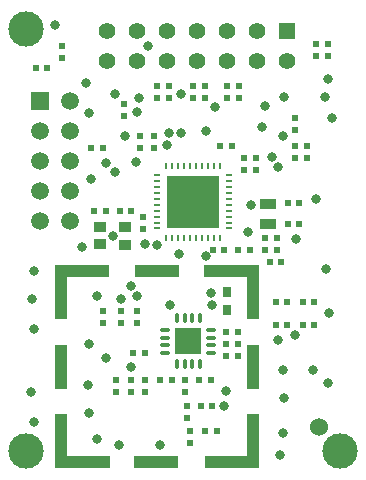
<source format=gts>
%FSLAX25Y25*%
%MOIN*%
G70*
G01*
G75*
G04 Layer_Color=8388736*
%ADD10R,0.17716X0.17716*%
%ADD11O,0.02559X0.00984*%
%ADD12O,0.00984X0.02559*%
%ADD13R,0.08661X0.08661*%
%ADD14O,0.03150X0.01496*%
%ADD15O,0.01496X0.03150*%
%ADD16R,0.05315X0.03740*%
%ADD17R,0.11811X0.00039*%
%ADD18R,0.01575X0.01575*%
%ADD19R,0.03937X0.14961*%
%ADD20R,0.14961X0.03937*%
%ADD21R,0.17913X0.03937*%
%ADD22R,0.03937X0.17913*%
%ADD23R,0.03937X0.03543*%
%ADD24R,0.03150X0.03543*%
%ADD25R,0.01969X0.02362*%
%ADD26R,0.02362X0.01969*%
%ADD27C,0.03937*%
%ADD28C,0.01969*%
%ADD29C,0.01000*%
%ADD30C,0.03937*%
%ADD31C,0.00787*%
%ADD32C,0.01181*%
G04:AMPARAMS|DCode=33|XSize=18.11mil|YSize=66.44mil|CornerRadius=0mil|HoleSize=0mil|Usage=FLASHONLY|Rotation=214.500|XOffset=0mil|YOffset=0mil|HoleType=Round|Shape=Rectangle|*
%AMROTATEDRECTD33*
4,1,4,-0.01135,0.03251,0.02628,-0.02225,0.01135,-0.03251,-0.02628,0.02225,-0.01135,0.03251,0.0*
%
%ADD33ROTATEDRECTD33*%

%ADD34R,0.01811X0.07992*%
%ADD35R,0.12598X0.05079*%
%ADD36R,0.12598X0.04764*%
%ADD37R,0.08583X0.15590*%
%ADD38R,1.00709X0.04764*%
%ADD39R,0.36142X0.03937*%
%ADD40R,0.19193X0.05079*%
%ADD41R,0.04724X0.03150*%
%ADD42R,0.03937X0.02913*%
%ADD43R,0.35500X0.02000*%
%ADD44C,0.05906*%
%ADD45R,0.05906X0.05906*%
%ADD46R,0.05512X0.05512*%
%ADD47C,0.05512*%
%ADD48C,0.06000*%
%ADD49C,0.02598*%
%ADD50C,0.03150*%
%ADD51C,0.00984*%
%ADD52C,0.11811*%
D10*
X331500Y357000D02*
D03*
D11*
X343409Y365858D02*
D03*
Y363890D02*
D03*
Y361921D02*
D03*
Y359953D02*
D03*
Y357984D02*
D03*
Y356016D02*
D03*
Y354047D02*
D03*
Y352079D02*
D03*
Y350110D02*
D03*
Y348142D02*
D03*
X319590D02*
D03*
Y350110D02*
D03*
Y352079D02*
D03*
Y354047D02*
D03*
Y356016D02*
D03*
Y357984D02*
D03*
Y359953D02*
D03*
Y361921D02*
D03*
Y363890D02*
D03*
Y365858D02*
D03*
D12*
X340358Y345091D02*
D03*
X338390D02*
D03*
X336421D02*
D03*
X334453D02*
D03*
X332484D02*
D03*
X330516D02*
D03*
X328547D02*
D03*
X326579D02*
D03*
X324610D02*
D03*
X322642D02*
D03*
Y368910D02*
D03*
X324610D02*
D03*
X326579D02*
D03*
X328547D02*
D03*
X330516D02*
D03*
X332484D02*
D03*
X334453D02*
D03*
X336421D02*
D03*
X338390D02*
D03*
X340358D02*
D03*
D13*
X330000Y310500D02*
D03*
D14*
X337677Y314339D02*
D03*
Y311779D02*
D03*
Y309221D02*
D03*
Y306661D02*
D03*
X322323D02*
D03*
Y309221D02*
D03*
Y311779D02*
D03*
Y314339D02*
D03*
D15*
X333839Y302823D02*
D03*
X331279D02*
D03*
X328720D02*
D03*
X326161D02*
D03*
Y318177D02*
D03*
X328720D02*
D03*
X331279D02*
D03*
X333839D02*
D03*
D16*
X356500Y356248D02*
D03*
Y349752D02*
D03*
D19*
X351390Y301902D02*
D03*
X287512D02*
D03*
D20*
X319303Y270209D02*
D03*
X319598Y334087D02*
D03*
D21*
X344303Y333988D02*
D03*
X344402Y270209D02*
D03*
X294697Y270209D02*
D03*
X294500Y334087D02*
D03*
D22*
X351390Y327000D02*
D03*
X351390Y277295D02*
D03*
X287610Y277197D02*
D03*
X287512Y327000D02*
D03*
D23*
X300661Y342843D02*
D03*
Y348748D02*
D03*
X308929Y348650D02*
D03*
Y342744D02*
D03*
D24*
X343000Y320949D02*
D03*
Y327051D02*
D03*
D25*
X365500Y375468D02*
D03*
Y371532D02*
D03*
X288000Y408968D02*
D03*
Y405031D02*
D03*
X308500Y385531D02*
D03*
Y389469D02*
D03*
X376500Y409469D02*
D03*
Y405532D02*
D03*
X372500Y405532D02*
D03*
Y409469D02*
D03*
X347000Y395468D02*
D03*
Y391531D02*
D03*
X343000Y391531D02*
D03*
Y395468D02*
D03*
X323500Y395468D02*
D03*
Y391531D02*
D03*
X319500Y391531D02*
D03*
Y395468D02*
D03*
X335500Y395468D02*
D03*
Y391531D02*
D03*
X331500Y391531D02*
D03*
Y395468D02*
D03*
X301500Y320468D02*
D03*
Y316531D02*
D03*
X307500Y320468D02*
D03*
Y316531D02*
D03*
X313000Y320468D02*
D03*
Y316531D02*
D03*
X329500Y288968D02*
D03*
Y285032D02*
D03*
X329000Y297468D02*
D03*
Y293531D02*
D03*
X365500Y384968D02*
D03*
Y381031D02*
D03*
X315000Y348031D02*
D03*
Y351969D02*
D03*
X330500Y280469D02*
D03*
Y276532D02*
D03*
X315500Y293531D02*
D03*
Y297468D02*
D03*
X311000Y293531D02*
D03*
Y297468D02*
D03*
X306000Y293531D02*
D03*
Y297468D02*
D03*
X352500Y367531D02*
D03*
Y371468D02*
D03*
X348500Y367531D02*
D03*
Y371468D02*
D03*
X318500Y375031D02*
D03*
Y378969D02*
D03*
X314000Y375031D02*
D03*
Y378969D02*
D03*
X369500Y375468D02*
D03*
Y371532D02*
D03*
D26*
X279031Y401500D02*
D03*
X282968D02*
D03*
X297532Y375000D02*
D03*
X301468D02*
D03*
X357031Y337000D02*
D03*
X360968D02*
D03*
X362968Y316000D02*
D03*
X359032D02*
D03*
X362968Y323500D02*
D03*
X359032D02*
D03*
X311531Y306500D02*
D03*
X315469D02*
D03*
X371969Y323500D02*
D03*
X368032D02*
D03*
X371969Y316000D02*
D03*
X368032D02*
D03*
X350468Y341000D02*
D03*
X346532D02*
D03*
X324468Y297500D02*
D03*
X320532D02*
D03*
X302468Y354000D02*
D03*
X298532D02*
D03*
X307031Y354000D02*
D03*
X310968D02*
D03*
X344468Y375500D02*
D03*
X340531D02*
D03*
X366968Y356500D02*
D03*
X363032D02*
D03*
X366968Y349500D02*
D03*
X363032D02*
D03*
X339469Y280500D02*
D03*
X335531D02*
D03*
X337968Y289000D02*
D03*
X334032D02*
D03*
X337469Y297500D02*
D03*
X333531D02*
D03*
X346468Y313500D02*
D03*
X342531D02*
D03*
X346468Y309500D02*
D03*
X342531D02*
D03*
X342531Y305500D02*
D03*
X346468D02*
D03*
X355532Y345000D02*
D03*
X359469D02*
D03*
X355532Y341000D02*
D03*
X359469D02*
D03*
X338032D02*
D03*
X341968D02*
D03*
D44*
X290500Y350500D02*
D03*
X280500D02*
D03*
X290500Y360500D02*
D03*
X280500D02*
D03*
X290500Y370500D02*
D03*
X280500D02*
D03*
X290500Y380500D02*
D03*
X280500D02*
D03*
X290500Y390500D02*
D03*
D45*
X280500D02*
D03*
D46*
X363000Y414000D02*
D03*
D47*
X353000D02*
D03*
X343000D02*
D03*
X333000D02*
D03*
X323000D02*
D03*
X313000D02*
D03*
X303000D02*
D03*
X363000Y404000D02*
D03*
X353000D02*
D03*
X343000D02*
D03*
X333000D02*
D03*
X323000D02*
D03*
X313000D02*
D03*
X303000D02*
D03*
D48*
X373500Y282000D02*
D03*
D50*
X285500Y416000D02*
D03*
X277500Y293500D02*
D03*
X311000Y329000D02*
D03*
X296000Y396500D02*
D03*
X376500Y398000D02*
D03*
X378000Y385000D02*
D03*
X377000Y320000D02*
D03*
X376000Y334500D02*
D03*
X278500Y334000D02*
D03*
X278000Y324500D02*
D03*
X278500Y314500D02*
D03*
Y283500D02*
D03*
X320500Y276000D02*
D03*
X376500Y296500D02*
D03*
X371500Y301000D02*
D03*
X361500Y280000D02*
D03*
X362000Y291500D02*
D03*
X361500Y301000D02*
D03*
X307000Y276000D02*
D03*
X299500Y278000D02*
D03*
X297000Y286500D02*
D03*
X296500Y296000D02*
D03*
X297000Y309500D02*
D03*
X350000Y347000D02*
D03*
X342531Y293969D02*
D03*
X311000Y302000D02*
D03*
X351000Y356000D02*
D03*
X375500Y392000D02*
D03*
X362000D02*
D03*
X360000Y368500D02*
D03*
X305000Y345500D02*
D03*
X297500Y364500D02*
D03*
X302500Y370000D02*
D03*
X372500Y358000D02*
D03*
X365500Y312500D02*
D03*
X361500Y379000D02*
D03*
X299500Y325500D02*
D03*
X336000Y339000D02*
D03*
X319500Y342500D02*
D03*
X327000Y339500D02*
D03*
X294500Y342000D02*
D03*
X297000Y386500D02*
D03*
X313000Y387000D02*
D03*
X307500Y324500D02*
D03*
X323000Y376000D02*
D03*
X327500Y380000D02*
D03*
X323500D02*
D03*
X312500Y370397D02*
D03*
X339000Y388500D02*
D03*
X309000Y379000D02*
D03*
X305500Y367000D02*
D03*
Y393000D02*
D03*
X327500D02*
D03*
X336000Y380500D02*
D03*
X354500Y382000D02*
D03*
X358000Y372000D02*
D03*
X313500Y391500D02*
D03*
X355500Y389000D02*
D03*
X360000Y311000D02*
D03*
X337500Y326500D02*
D03*
X302500Y305000D02*
D03*
X313000Y325500D02*
D03*
X324000Y322500D02*
D03*
X338000D02*
D03*
X342000Y289000D02*
D03*
X315500Y343000D02*
D03*
X366000Y344500D02*
D03*
X360500Y272500D02*
D03*
X316500Y409000D02*
D03*
D52*
X276000Y274000D02*
D03*
Y414500D02*
D03*
X380500Y274000D02*
D03*
M02*

</source>
